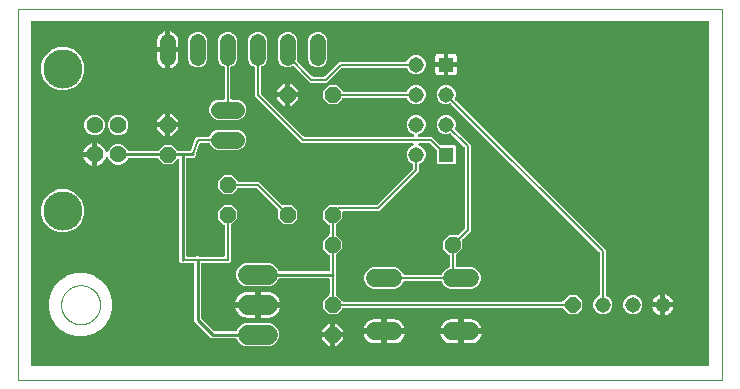
<source format=gbl>
G04 EAGLE Gerber RS-274X export*
G75*
%MOMM*%
%FSLAX34Y34*%
%LPD*%
%INLötstopmaske Lötseite*%
%IPPOS*%
%AMOC8*
5,1,8,0,0,1.08239X$1,22.5*%
G01*
%ADD10C,0.000000*%
%ADD11R,1.308000X1.308000*%
%ADD12C,1.308000*%
%ADD13C,3.316000*%
%ADD14C,1.428000*%
%ADD15P,1.429621X8X112.500000*%
%ADD16P,1.429621X8X292.500000*%
%ADD17C,1.320800*%
%ADD18P,1.415766X8X22.500000*%
%ADD19C,1.524000*%
%ADD20P,1.429621X8X202.500000*%
%ADD21C,1.422400*%
%ADD22C,1.676400*%
%ADD23C,0.254000*%
%ADD24C,0.203200*%
%ADD25C,0.152400*%

G36*
X584318Y709946D02*
X584318Y709946D01*
X584437Y709953D01*
X584475Y709966D01*
X584516Y709971D01*
X584626Y710014D01*
X584739Y710051D01*
X584774Y710073D01*
X584811Y710088D01*
X584907Y710158D01*
X585008Y710221D01*
X585036Y710251D01*
X585069Y710274D01*
X585145Y710366D01*
X585226Y710453D01*
X585246Y710488D01*
X585271Y710519D01*
X585322Y710627D01*
X585380Y710731D01*
X585390Y710771D01*
X585407Y710807D01*
X585429Y710924D01*
X585459Y711039D01*
X585463Y711100D01*
X585467Y711120D01*
X585465Y711140D01*
X585469Y711200D01*
X585469Y1001270D01*
X585454Y1001388D01*
X585447Y1001507D01*
X585434Y1001545D01*
X585429Y1001586D01*
X585386Y1001696D01*
X585349Y1001809D01*
X585327Y1001844D01*
X585312Y1001881D01*
X585243Y1001977D01*
X585179Y1002078D01*
X585149Y1002106D01*
X585126Y1002139D01*
X585034Y1002215D01*
X584947Y1002296D01*
X584912Y1002316D01*
X584881Y1002341D01*
X584773Y1002392D01*
X584669Y1002450D01*
X584629Y1002460D01*
X584593Y1002477D01*
X584476Y1002499D01*
X584361Y1002529D01*
X584301Y1002533D01*
X584281Y1002537D01*
X584260Y1002535D01*
X584200Y1002539D01*
X12700Y1002539D01*
X12582Y1002524D01*
X12463Y1002517D01*
X12425Y1002504D01*
X12384Y1002499D01*
X12274Y1002456D01*
X12161Y1002419D01*
X12126Y1002397D01*
X12089Y1002382D01*
X11993Y1002313D01*
X11892Y1002249D01*
X11864Y1002219D01*
X11831Y1002196D01*
X11756Y1002104D01*
X11674Y1002017D01*
X11654Y1001982D01*
X11629Y1001951D01*
X11578Y1001843D01*
X11520Y1001739D01*
X11510Y1001699D01*
X11493Y1001663D01*
X11471Y1001546D01*
X11441Y1001431D01*
X11437Y1001371D01*
X11433Y1001351D01*
X11435Y1001330D01*
X11431Y1001270D01*
X11431Y711200D01*
X11446Y711082D01*
X11453Y710963D01*
X11466Y710925D01*
X11471Y710884D01*
X11514Y710774D01*
X11551Y710661D01*
X11573Y710626D01*
X11588Y710589D01*
X11658Y710493D01*
X11721Y710392D01*
X11751Y710364D01*
X11774Y710331D01*
X11866Y710256D01*
X11953Y710174D01*
X11988Y710154D01*
X12019Y710129D01*
X12127Y710078D01*
X12231Y710020D01*
X12271Y710010D01*
X12307Y709993D01*
X12424Y709971D01*
X12539Y709941D01*
X12600Y709937D01*
X12620Y709933D01*
X12640Y709935D01*
X12700Y709931D01*
X584200Y709931D01*
X584318Y709946D01*
G37*
%LPC*%
G36*
X263333Y753871D02*
X263333Y753871D01*
X258571Y758633D01*
X258571Y765367D01*
X263482Y770278D01*
X263501Y770286D01*
X263597Y770355D01*
X263698Y770419D01*
X263726Y770449D01*
X263759Y770472D01*
X263835Y770564D01*
X263916Y770651D01*
X263936Y770686D01*
X263961Y770717D01*
X264012Y770825D01*
X264070Y770929D01*
X264080Y770969D01*
X264097Y771005D01*
X264119Y771122D01*
X264149Y771237D01*
X264153Y771297D01*
X264157Y771317D01*
X264155Y771338D01*
X264159Y771398D01*
X264159Y783336D01*
X264144Y783454D01*
X264137Y783573D01*
X264124Y783611D01*
X264119Y783652D01*
X264076Y783762D01*
X264039Y783875D01*
X264017Y783910D01*
X264002Y783947D01*
X263933Y784043D01*
X263869Y784144D01*
X263839Y784172D01*
X263816Y784205D01*
X263724Y784281D01*
X263637Y784362D01*
X263602Y784382D01*
X263571Y784407D01*
X263463Y784458D01*
X263359Y784516D01*
X263319Y784526D01*
X263283Y784543D01*
X263166Y784565D01*
X263051Y784595D01*
X262991Y784599D01*
X262971Y784603D01*
X262950Y784601D01*
X262890Y784605D01*
X221995Y784605D01*
X221966Y784602D01*
X221937Y784604D01*
X221809Y784582D01*
X221680Y784565D01*
X221652Y784555D01*
X221623Y784550D01*
X221505Y784496D01*
X221384Y784448D01*
X221360Y784431D01*
X221333Y784419D01*
X221232Y784338D01*
X221127Y784262D01*
X221108Y784239D01*
X221085Y784220D01*
X221007Y784117D01*
X220924Y784017D01*
X220911Y783990D01*
X220894Y783966D01*
X220823Y783822D01*
X219981Y781788D01*
X217194Y779001D01*
X213553Y777493D01*
X192847Y777493D01*
X189206Y779001D01*
X186419Y781788D01*
X184911Y785429D01*
X184911Y789371D01*
X186419Y793012D01*
X189206Y795799D01*
X192847Y797307D01*
X213553Y797307D01*
X217194Y795799D01*
X219981Y793012D01*
X220823Y790978D01*
X220837Y790953D01*
X220847Y790925D01*
X220916Y790815D01*
X220980Y790702D01*
X221001Y790681D01*
X221017Y790656D01*
X221111Y790567D01*
X221202Y790474D01*
X221227Y790458D01*
X221248Y790438D01*
X221362Y790375D01*
X221473Y790307D01*
X221501Y790299D01*
X221527Y790284D01*
X221653Y790252D01*
X221777Y790214D01*
X221806Y790212D01*
X221835Y790205D01*
X221995Y790195D01*
X262890Y790195D01*
X263008Y790210D01*
X263127Y790217D01*
X263165Y790230D01*
X263206Y790235D01*
X263316Y790278D01*
X263429Y790315D01*
X263464Y790337D01*
X263501Y790352D01*
X263597Y790421D01*
X263698Y790485D01*
X263726Y790515D01*
X263759Y790538D01*
X263835Y790630D01*
X263916Y790717D01*
X263936Y790752D01*
X263961Y790783D01*
X264012Y790891D01*
X264070Y790995D01*
X264080Y791035D01*
X264097Y791071D01*
X264119Y791188D01*
X264149Y791303D01*
X264153Y791363D01*
X264157Y791383D01*
X264155Y791404D01*
X264159Y791464D01*
X264159Y803402D01*
X264144Y803520D01*
X264137Y803639D01*
X264124Y803677D01*
X264119Y803718D01*
X264076Y803828D01*
X264039Y803941D01*
X264017Y803976D01*
X264002Y804013D01*
X263933Y804109D01*
X263869Y804210D01*
X263839Y804238D01*
X263816Y804271D01*
X263724Y804347D01*
X263637Y804428D01*
X263602Y804448D01*
X263571Y804473D01*
X263495Y804509D01*
X258571Y809433D01*
X258571Y816167D01*
X263482Y821078D01*
X263501Y821086D01*
X263597Y821155D01*
X263698Y821219D01*
X263726Y821249D01*
X263759Y821272D01*
X263835Y821364D01*
X263916Y821451D01*
X263936Y821486D01*
X263961Y821517D01*
X264012Y821625D01*
X264070Y821729D01*
X264080Y821769D01*
X264097Y821805D01*
X264119Y821922D01*
X264149Y822037D01*
X264153Y822097D01*
X264157Y822117D01*
X264155Y822138D01*
X264159Y822198D01*
X264159Y828802D01*
X264144Y828920D01*
X264137Y829039D01*
X264124Y829077D01*
X264119Y829118D01*
X264076Y829228D01*
X264039Y829341D01*
X264017Y829376D01*
X264002Y829413D01*
X263933Y829509D01*
X263869Y829610D01*
X263839Y829638D01*
X263816Y829671D01*
X263724Y829747D01*
X263637Y829828D01*
X263602Y829848D01*
X263571Y829873D01*
X263495Y829909D01*
X258571Y834833D01*
X258571Y841567D01*
X263333Y846329D01*
X270278Y846329D01*
X270297Y846321D01*
X270415Y846302D01*
X270531Y846276D01*
X270571Y846277D01*
X270611Y846271D01*
X270729Y846282D01*
X270849Y846286D01*
X270887Y846297D01*
X270927Y846301D01*
X271040Y846341D01*
X271154Y846374D01*
X271189Y846394D01*
X271227Y846408D01*
X271312Y846466D01*
X303222Y846466D01*
X303320Y846478D01*
X303419Y846481D01*
X303477Y846498D01*
X303537Y846506D01*
X303629Y846542D01*
X303725Y846570D01*
X303777Y846600D01*
X303833Y846623D01*
X303913Y846681D01*
X303999Y846731D01*
X304074Y846797D01*
X304090Y846809D01*
X304098Y846819D01*
X304119Y846837D01*
X334413Y877131D01*
X334473Y877209D01*
X334541Y877281D01*
X334570Y877334D01*
X334607Y877382D01*
X334647Y877473D01*
X334695Y877560D01*
X334710Y877618D01*
X334734Y877674D01*
X334749Y877772D01*
X334774Y877867D01*
X334780Y877968D01*
X334784Y877988D01*
X334782Y878000D01*
X334784Y878028D01*
X334784Y880625D01*
X334781Y880654D01*
X334783Y880684D01*
X334761Y880812D01*
X334744Y880941D01*
X334734Y880968D01*
X334729Y880997D01*
X334675Y881116D01*
X334627Y881236D01*
X334610Y881260D01*
X334598Y881287D01*
X334517Y881389D01*
X334441Y881494D01*
X334418Y881513D01*
X334399Y881536D01*
X334296Y881614D01*
X334196Y881696D01*
X334169Y881709D01*
X334145Y881727D01*
X334001Y881798D01*
X332757Y882313D01*
X330488Y884582D01*
X329260Y887546D01*
X329260Y890754D01*
X330488Y893718D01*
X332757Y895987D01*
X334520Y896717D01*
X334581Y896752D01*
X334646Y896778D01*
X334718Y896830D01*
X334796Y896875D01*
X334847Y896923D01*
X334903Y896964D01*
X334960Y897034D01*
X335025Y897096D01*
X335061Y897156D01*
X335106Y897209D01*
X335144Y897291D01*
X335191Y897367D01*
X335212Y897434D01*
X335241Y897497D01*
X335258Y897585D01*
X335285Y897671D01*
X335288Y897741D01*
X335301Y897810D01*
X335296Y897899D01*
X335300Y897989D01*
X335286Y898057D01*
X335281Y898127D01*
X335254Y898212D01*
X335236Y898300D01*
X335205Y898363D01*
X335183Y898429D01*
X335135Y898505D01*
X335096Y898586D01*
X335051Y898639D01*
X335013Y898698D01*
X334948Y898760D01*
X334889Y898828D01*
X334832Y898868D01*
X334782Y898916D01*
X334703Y898959D01*
X334629Y899011D01*
X334564Y899036D01*
X334503Y899070D01*
X334416Y899092D01*
X334332Y899124D01*
X334263Y899132D01*
X334195Y899149D01*
X334034Y899159D01*
X240248Y899159D01*
X200659Y938748D01*
X200659Y962702D01*
X200656Y962731D01*
X200658Y962761D01*
X200636Y962888D01*
X200619Y963017D01*
X200609Y963045D01*
X200604Y963074D01*
X200550Y963193D01*
X200502Y963313D01*
X200485Y963337D01*
X200473Y963364D01*
X200392Y963465D01*
X200316Y963570D01*
X200293Y963589D01*
X200274Y963612D01*
X200171Y963690D01*
X200071Y963773D01*
X200044Y963786D01*
X200020Y963804D01*
X199876Y963875D01*
X198595Y964405D01*
X196309Y966691D01*
X195071Y969679D01*
X195071Y986121D01*
X196309Y989109D01*
X198595Y991395D01*
X201583Y992633D01*
X204817Y992633D01*
X207805Y991395D01*
X210091Y989109D01*
X211329Y986121D01*
X211329Y969679D01*
X210091Y966691D01*
X207805Y964405D01*
X206524Y963875D01*
X206499Y963860D01*
X206471Y963851D01*
X206361Y963781D01*
X206248Y963717D01*
X206227Y963696D01*
X206202Y963681D01*
X206113Y963586D01*
X206020Y963496D01*
X206004Y963471D01*
X205984Y963449D01*
X205921Y963335D01*
X205853Y963225D01*
X205845Y963196D01*
X205830Y963170D01*
X205798Y963045D01*
X205760Y962921D01*
X205758Y962891D01*
X205751Y962863D01*
X205741Y962702D01*
X205741Y941378D01*
X205753Y941280D01*
X205756Y941181D01*
X205773Y941123D01*
X205781Y941063D01*
X205817Y940971D01*
X205845Y940875D01*
X205875Y940823D01*
X205898Y940767D01*
X205956Y940687D01*
X206006Y940602D01*
X206072Y940526D01*
X206084Y940510D01*
X206094Y940502D01*
X206112Y940481D01*
X241981Y904612D01*
X242059Y904552D01*
X242131Y904484D01*
X242184Y904455D01*
X242232Y904418D01*
X242323Y904378D01*
X242410Y904330D01*
X242468Y904315D01*
X242524Y904291D01*
X242622Y904276D01*
X242717Y904251D01*
X242818Y904245D01*
X242838Y904241D01*
X242850Y904243D01*
X242878Y904241D01*
X334759Y904241D01*
X334828Y904249D01*
X334898Y904248D01*
X334985Y904269D01*
X335074Y904281D01*
X335139Y904306D01*
X335207Y904323D01*
X335286Y904365D01*
X335370Y904398D01*
X335426Y904439D01*
X335488Y904471D01*
X335555Y904532D01*
X335627Y904584D01*
X335672Y904638D01*
X335723Y904685D01*
X335773Y904760D01*
X335830Y904829D01*
X335860Y904893D01*
X335898Y904951D01*
X335927Y905036D01*
X335966Y905117D01*
X335979Y905186D01*
X336001Y905252D01*
X336009Y905341D01*
X336025Y905429D01*
X336021Y905499D01*
X336027Y905569D01*
X336011Y905657D01*
X336006Y905747D01*
X335984Y905813D01*
X335972Y905882D01*
X335935Y905964D01*
X335908Y906049D01*
X335870Y906108D01*
X335842Y906172D01*
X335785Y906242D01*
X335737Y906318D01*
X335687Y906366D01*
X335643Y906420D01*
X335571Y906475D01*
X335506Y906536D01*
X335445Y906570D01*
X335389Y906612D01*
X335244Y906683D01*
X332757Y907713D01*
X330488Y909982D01*
X329260Y912946D01*
X329260Y916154D01*
X330488Y919118D01*
X332757Y921387D01*
X335721Y922615D01*
X338929Y922615D01*
X341893Y921387D01*
X344162Y919118D01*
X345390Y916154D01*
X345390Y912946D01*
X344162Y909982D01*
X341893Y907713D01*
X339406Y906683D01*
X339345Y906648D01*
X339280Y906622D01*
X339208Y906570D01*
X339129Y906525D01*
X339079Y906477D01*
X339023Y906436D01*
X338965Y906366D01*
X338901Y906304D01*
X338864Y906244D01*
X338820Y906191D01*
X338782Y906109D01*
X338735Y906033D01*
X338714Y905966D01*
X338684Y905903D01*
X338668Y905815D01*
X338641Y905729D01*
X338638Y905659D01*
X338625Y905590D01*
X338630Y905501D01*
X338626Y905411D01*
X338640Y905343D01*
X338644Y905273D01*
X338672Y905188D01*
X338690Y905100D01*
X338721Y905037D01*
X338742Y904971D01*
X338790Y904895D01*
X338830Y904814D01*
X338875Y904761D01*
X338913Y904702D01*
X338978Y904640D01*
X339036Y904572D01*
X339093Y904532D01*
X339144Y904484D01*
X339223Y904441D01*
X339296Y904389D01*
X339362Y904364D01*
X339423Y904330D01*
X339510Y904308D01*
X339594Y904276D01*
X339663Y904268D01*
X339731Y904251D01*
X339891Y904241D01*
X351077Y904241D01*
X357732Y897586D01*
X357810Y897526D01*
X357882Y897458D01*
X357935Y897429D01*
X357983Y897392D01*
X358074Y897352D01*
X358161Y897304D01*
X358219Y897289D01*
X358275Y897265D01*
X358373Y897250D01*
X358468Y897225D01*
X358569Y897219D01*
X358589Y897215D01*
X358601Y897217D01*
X358629Y897215D01*
X369897Y897215D01*
X370790Y896322D01*
X370790Y881978D01*
X369897Y881085D01*
X355553Y881085D01*
X354660Y881978D01*
X354660Y892946D01*
X354648Y893044D01*
X354645Y893143D01*
X354628Y893201D01*
X354620Y893261D01*
X354584Y893353D01*
X354556Y893449D01*
X354526Y893501D01*
X354503Y893557D01*
X354445Y893637D01*
X354395Y893722D01*
X354329Y893798D01*
X354317Y893814D01*
X354307Y893822D01*
X354289Y893843D01*
X349344Y898788D01*
X349266Y898848D01*
X349194Y898916D01*
X349141Y898945D01*
X349093Y898982D01*
X349002Y899022D01*
X348915Y899070D01*
X348857Y899085D01*
X348801Y899109D01*
X348703Y899124D01*
X348608Y899149D01*
X348507Y899155D01*
X348487Y899159D01*
X348475Y899157D01*
X348447Y899159D01*
X340616Y899159D01*
X340546Y899151D01*
X340477Y899152D01*
X340389Y899131D01*
X340300Y899119D01*
X340235Y899094D01*
X340167Y899077D01*
X340088Y899035D01*
X340004Y899002D01*
X339948Y898961D01*
X339886Y898929D01*
X339820Y898868D01*
X339747Y898816D01*
X339702Y898762D01*
X339651Y898715D01*
X339602Y898640D01*
X339544Y898571D01*
X339514Y898507D01*
X339476Y898449D01*
X339447Y898364D01*
X339409Y898283D01*
X339396Y898214D01*
X339373Y898148D01*
X339366Y898059D01*
X339349Y897971D01*
X339353Y897901D01*
X339348Y897831D01*
X339363Y897743D01*
X339369Y897653D01*
X339390Y897587D01*
X339402Y897518D01*
X339439Y897436D01*
X339467Y897351D01*
X339504Y897292D01*
X339533Y897228D01*
X339589Y897158D01*
X339637Y897082D01*
X339688Y897034D01*
X339731Y896980D01*
X339803Y896925D01*
X339868Y896864D01*
X339930Y896830D01*
X339985Y896788D01*
X340130Y896717D01*
X341893Y895987D01*
X344162Y893718D01*
X345390Y890754D01*
X345390Y887546D01*
X344162Y884582D01*
X341893Y882313D01*
X340649Y881798D01*
X340624Y881783D01*
X340596Y881774D01*
X340486Y881705D01*
X340373Y881640D01*
X340352Y881620D01*
X340327Y881604D01*
X340238Y881509D01*
X340145Y881419D01*
X340129Y881394D01*
X340109Y881372D01*
X340046Y881258D01*
X339978Y881148D01*
X339970Y881120D01*
X339955Y881094D01*
X339923Y880968D01*
X339885Y880844D01*
X339883Y880814D01*
X339876Y880786D01*
X339866Y880625D01*
X339866Y875398D01*
X307712Y843244D01*
X305852Y841384D01*
X276098Y841384D01*
X275980Y841369D01*
X275861Y841362D01*
X275823Y841349D01*
X275782Y841344D01*
X275672Y841301D01*
X275559Y841264D01*
X275524Y841242D01*
X275487Y841227D01*
X275391Y841158D01*
X275290Y841094D01*
X275262Y841064D01*
X275229Y841041D01*
X275153Y840949D01*
X275072Y840862D01*
X275052Y840827D01*
X275027Y840796D01*
X274976Y840688D01*
X274918Y840584D01*
X274908Y840544D01*
X274891Y840508D01*
X274869Y840391D01*
X274839Y840276D01*
X274835Y840216D01*
X274831Y840196D01*
X274833Y840175D01*
X274829Y840115D01*
X274829Y834833D01*
X269918Y829922D01*
X269899Y829914D01*
X269803Y829845D01*
X269702Y829781D01*
X269674Y829751D01*
X269641Y829728D01*
X269565Y829636D01*
X269484Y829549D01*
X269464Y829514D01*
X269439Y829483D01*
X269388Y829375D01*
X269330Y829271D01*
X269320Y829231D01*
X269303Y829195D01*
X269281Y829078D01*
X269251Y828963D01*
X269247Y828903D01*
X269243Y828883D01*
X269245Y828862D01*
X269241Y828802D01*
X269241Y822198D01*
X269256Y822080D01*
X269263Y821961D01*
X269276Y821923D01*
X269281Y821882D01*
X269324Y821772D01*
X269361Y821659D01*
X269383Y821624D01*
X269398Y821587D01*
X269467Y821491D01*
X269531Y821390D01*
X269561Y821362D01*
X269584Y821329D01*
X269676Y821253D01*
X269763Y821172D01*
X269798Y821152D01*
X269829Y821127D01*
X269905Y821091D01*
X274829Y816167D01*
X274829Y809433D01*
X269918Y804522D01*
X269899Y804514D01*
X269803Y804445D01*
X269702Y804381D01*
X269674Y804351D01*
X269641Y804328D01*
X269565Y804236D01*
X269484Y804149D01*
X269464Y804114D01*
X269439Y804083D01*
X269388Y803975D01*
X269330Y803871D01*
X269320Y803831D01*
X269303Y803795D01*
X269281Y803678D01*
X269251Y803563D01*
X269247Y803503D01*
X269243Y803483D01*
X269245Y803462D01*
X269241Y803402D01*
X269241Y789337D01*
X269253Y789239D01*
X269256Y789140D01*
X269273Y789082D01*
X269281Y789022D01*
X269317Y788930D01*
X269345Y788835D01*
X269375Y788782D01*
X269398Y788726D01*
X269456Y788646D01*
X269495Y788580D01*
X269495Y786221D01*
X269484Y786210D01*
X269455Y786157D01*
X269418Y786109D01*
X269378Y786018D01*
X269330Y785931D01*
X269315Y785873D01*
X269291Y785817D01*
X269276Y785719D01*
X269251Y785623D01*
X269245Y785523D01*
X269241Y785503D01*
X269243Y785491D01*
X269241Y785463D01*
X269241Y771398D01*
X269256Y771280D01*
X269263Y771161D01*
X269276Y771123D01*
X269281Y771082D01*
X269324Y770972D01*
X269361Y770859D01*
X269383Y770824D01*
X269398Y770787D01*
X269467Y770691D01*
X269531Y770590D01*
X269561Y770562D01*
X269584Y770529D01*
X269676Y770453D01*
X269763Y770372D01*
X269798Y770352D01*
X269829Y770327D01*
X269905Y770291D01*
X274978Y765218D01*
X274986Y765199D01*
X275055Y765103D01*
X275119Y765002D01*
X275149Y764974D01*
X275172Y764941D01*
X275264Y764865D01*
X275351Y764784D01*
X275386Y764764D01*
X275417Y764739D01*
X275525Y764688D01*
X275629Y764630D01*
X275669Y764620D01*
X275705Y764603D01*
X275822Y764581D01*
X275937Y764551D01*
X275997Y764547D01*
X276017Y764543D01*
X276038Y764545D01*
X276098Y764541D01*
X460566Y764541D01*
X460684Y764556D01*
X460803Y764563D01*
X460841Y764576D01*
X460882Y764581D01*
X460992Y764624D01*
X461105Y764661D01*
X461140Y764683D01*
X461177Y764698D01*
X461273Y764767D01*
X461374Y764831D01*
X461402Y764861D01*
X461435Y764884D01*
X461511Y764976D01*
X461592Y765063D01*
X461612Y765098D01*
X461637Y765129D01*
X461649Y765154D01*
X466559Y770065D01*
X473241Y770065D01*
X477965Y765341D01*
X477965Y758659D01*
X473241Y753935D01*
X466559Y753935D01*
X461638Y758856D01*
X461609Y758897D01*
X461545Y758998D01*
X461515Y759026D01*
X461492Y759059D01*
X461400Y759135D01*
X461313Y759216D01*
X461278Y759236D01*
X461247Y759261D01*
X461139Y759312D01*
X461035Y759370D01*
X460995Y759380D01*
X460959Y759397D01*
X460842Y759419D01*
X460727Y759449D01*
X460667Y759453D01*
X460647Y759457D01*
X460626Y759455D01*
X460566Y759459D01*
X276098Y759459D01*
X275980Y759444D01*
X275861Y759437D01*
X275823Y759424D01*
X275782Y759419D01*
X275672Y759376D01*
X275559Y759339D01*
X275524Y759317D01*
X275487Y759302D01*
X275391Y759233D01*
X275290Y759169D01*
X275262Y759139D01*
X275229Y759116D01*
X275153Y759024D01*
X275072Y758937D01*
X275052Y758902D01*
X275027Y758871D01*
X274991Y758795D01*
X270067Y753871D01*
X263333Y753871D01*
G37*
%LPD*%
%LPC*%
G36*
X192847Y726693D02*
X192847Y726693D01*
X189206Y728201D01*
X186419Y730988D01*
X185577Y733022D01*
X185563Y733047D01*
X185553Y733075D01*
X185484Y733185D01*
X185420Y733298D01*
X185399Y733319D01*
X185383Y733344D01*
X185289Y733433D01*
X185198Y733526D01*
X185173Y733542D01*
X185152Y733562D01*
X185038Y733625D01*
X184927Y733693D01*
X184899Y733701D01*
X184873Y733716D01*
X184747Y733748D01*
X184623Y733786D01*
X184594Y733788D01*
X184565Y733795D01*
X184405Y733805D01*
X163942Y733805D01*
X149605Y748142D01*
X149605Y796290D01*
X149590Y796408D01*
X149583Y796527D01*
X149570Y796565D01*
X149565Y796606D01*
X149522Y796716D01*
X149485Y796829D01*
X149463Y796864D01*
X149448Y796901D01*
X149379Y796997D01*
X149315Y797098D01*
X149285Y797126D01*
X149262Y797159D01*
X149170Y797235D01*
X149083Y797316D01*
X149048Y797336D01*
X149017Y797361D01*
X148909Y797412D01*
X148805Y797470D01*
X148765Y797480D01*
X148729Y797497D01*
X148612Y797519D01*
X148497Y797549D01*
X148437Y797553D01*
X148417Y797557D01*
X148396Y797555D01*
X148336Y797559D01*
X141637Y797559D01*
X141539Y797547D01*
X141440Y797544D01*
X141382Y797527D01*
X141322Y797519D01*
X141230Y797483D01*
X141135Y797455D01*
X141082Y797425D01*
X141026Y797402D01*
X140946Y797344D01*
X140880Y797305D01*
X138542Y797305D01*
X136905Y798942D01*
X136905Y884345D01*
X136888Y884483D01*
X136875Y884622D01*
X136868Y884641D01*
X136865Y884661D01*
X136814Y884790D01*
X136767Y884921D01*
X136756Y884938D01*
X136748Y884957D01*
X136667Y885069D01*
X136589Y885184D01*
X136573Y885197D01*
X136562Y885214D01*
X136454Y885303D01*
X136350Y885395D01*
X136332Y885404D01*
X136317Y885417D01*
X136191Y885476D01*
X136067Y885539D01*
X136047Y885544D01*
X136029Y885552D01*
X135893Y885578D01*
X135757Y885609D01*
X135736Y885608D01*
X135717Y885612D01*
X135578Y885603D01*
X135439Y885599D01*
X135419Y885593D01*
X135399Y885592D01*
X135267Y885549D01*
X135133Y885511D01*
X135116Y885500D01*
X135097Y885494D01*
X134979Y885420D01*
X134859Y885349D01*
X134838Y885331D01*
X134828Y885324D01*
X134814Y885309D01*
X134739Y885243D01*
X130367Y880871D01*
X123633Y880871D01*
X118616Y885888D01*
X118581Y885944D01*
X118551Y885972D01*
X118528Y886005D01*
X118436Y886081D01*
X118349Y886162D01*
X118314Y886182D01*
X118283Y886207D01*
X118175Y886258D01*
X118071Y886316D01*
X118031Y886326D01*
X117995Y886343D01*
X117878Y886365D01*
X117763Y886395D01*
X117703Y886399D01*
X117683Y886403D01*
X117662Y886401D01*
X117602Y886405D01*
X94269Y886405D01*
X94240Y886402D01*
X94210Y886404D01*
X94083Y886382D01*
X93954Y886365D01*
X93926Y886355D01*
X93897Y886350D01*
X93778Y886296D01*
X93658Y886248D01*
X93634Y886231D01*
X93607Y886219D01*
X93505Y886138D01*
X93401Y886062D01*
X93382Y886039D01*
X93359Y886020D01*
X93281Y885917D01*
X93198Y885817D01*
X93185Y885790D01*
X93167Y885766D01*
X93096Y885622D01*
X92546Y884292D01*
X90108Y881854D01*
X86924Y880535D01*
X83476Y880535D01*
X80292Y881854D01*
X77854Y884292D01*
X76890Y886620D01*
X76875Y886646D01*
X76866Y886674D01*
X76797Y886784D01*
X76732Y886896D01*
X76712Y886918D01*
X76696Y886943D01*
X76601Y887032D01*
X76511Y887125D01*
X76486Y887140D01*
X76464Y887161D01*
X76351Y887223D01*
X76240Y887291D01*
X76212Y887300D01*
X76185Y887314D01*
X76060Y887346D01*
X75936Y887385D01*
X75906Y887386D01*
X75877Y887393D01*
X75748Y887394D01*
X75618Y887400D01*
X75589Y887394D01*
X75559Y887394D01*
X75434Y887362D01*
X75307Y887335D01*
X75280Y887322D01*
X75251Y887315D01*
X75138Y887253D01*
X75021Y887196D01*
X74999Y887176D01*
X74972Y887162D01*
X74878Y887073D01*
X74779Y886989D01*
X74762Y886965D01*
X74740Y886945D01*
X74671Y886835D01*
X74596Y886729D01*
X74586Y886701D01*
X74570Y886676D01*
X74510Y886527D01*
X74171Y885484D01*
X73480Y884126D01*
X72584Y882893D01*
X71507Y881816D01*
X70274Y880920D01*
X68916Y880229D01*
X67499Y879768D01*
X67499Y888170D01*
X67484Y888288D01*
X67477Y888407D01*
X67464Y888445D01*
X67459Y888485D01*
X67416Y888596D01*
X67379Y888709D01*
X67357Y888743D01*
X67342Y888781D01*
X67273Y888877D01*
X67209Y888978D01*
X67179Y889006D01*
X67156Y889038D01*
X67064Y889114D01*
X66977Y889196D01*
X66963Y889204D01*
X67038Y889251D01*
X67066Y889281D01*
X67099Y889305D01*
X67175Y889396D01*
X67256Y889483D01*
X67276Y889518D01*
X67301Y889550D01*
X67352Y889657D01*
X67410Y889762D01*
X67420Y889801D01*
X67437Y889837D01*
X67459Y889954D01*
X67489Y890070D01*
X67493Y890130D01*
X67497Y890150D01*
X67495Y890170D01*
X67499Y890230D01*
X67499Y898632D01*
X68916Y898171D01*
X70274Y897480D01*
X71507Y896584D01*
X72584Y895507D01*
X73480Y894274D01*
X74171Y892916D01*
X74510Y891873D01*
X74523Y891846D01*
X74530Y891817D01*
X74590Y891703D01*
X74646Y891586D01*
X74665Y891563D01*
X74679Y891536D01*
X74766Y891440D01*
X74848Y891341D01*
X74872Y891323D01*
X74893Y891301D01*
X75001Y891230D01*
X75106Y891154D01*
X75133Y891143D01*
X75158Y891126D01*
X75281Y891084D01*
X75401Y891036D01*
X75431Y891033D01*
X75459Y891023D01*
X75588Y891013D01*
X75717Y890996D01*
X75746Y891000D01*
X75776Y890998D01*
X75904Y891020D01*
X76032Y891036D01*
X76060Y891047D01*
X76089Y891052D01*
X76208Y891105D01*
X76328Y891153D01*
X76352Y891171D01*
X76379Y891183D01*
X76481Y891264D01*
X76585Y891340D01*
X76604Y891363D01*
X76628Y891381D01*
X76706Y891485D01*
X76788Y891585D01*
X76801Y891612D01*
X76819Y891635D01*
X76890Y891780D01*
X77854Y894108D01*
X80292Y896546D01*
X83476Y897865D01*
X86924Y897865D01*
X90108Y896546D01*
X92546Y894108D01*
X93096Y892778D01*
X93111Y892753D01*
X93120Y892725D01*
X93190Y892615D01*
X93254Y892502D01*
X93275Y892481D01*
X93290Y892456D01*
X93385Y892367D01*
X93475Y892274D01*
X93500Y892258D01*
X93522Y892238D01*
X93636Y892175D01*
X93746Y892107D01*
X93775Y892099D01*
X93800Y892084D01*
X93926Y892052D01*
X94050Y892014D01*
X94080Y892012D01*
X94108Y892005D01*
X94269Y891995D01*
X117973Y891995D01*
X118071Y892007D01*
X118170Y892010D01*
X118229Y892027D01*
X118289Y892035D01*
X118381Y892071D01*
X118476Y892099D01*
X118528Y892129D01*
X118584Y892152D01*
X118664Y892210D01*
X118750Y892260D01*
X118825Y892326D01*
X118842Y892338D01*
X118850Y892348D01*
X118871Y892366D01*
X123633Y897129D01*
X130367Y897129D01*
X135129Y892366D01*
X135208Y892306D01*
X135280Y892238D01*
X135333Y892209D01*
X135381Y892172D01*
X135472Y892132D01*
X135558Y892084D01*
X135617Y892069D01*
X135672Y892045D01*
X135770Y892030D01*
X135866Y892005D01*
X135966Y891999D01*
X135986Y891995D01*
X135999Y891997D01*
X136027Y891995D01*
X145572Y891995D01*
X145646Y892004D01*
X145720Y892003D01*
X145803Y892024D01*
X145887Y892035D01*
X145957Y892062D01*
X146029Y892080D01*
X146104Y892120D01*
X146183Y892152D01*
X146243Y892195D01*
X146309Y892231D01*
X146372Y892288D01*
X146440Y892338D01*
X146488Y892396D01*
X146543Y892446D01*
X146589Y892518D01*
X146643Y892583D01*
X146675Y892651D01*
X146716Y892713D01*
X146776Y892863D01*
X149794Y901917D01*
X149818Y902038D01*
X149849Y902158D01*
X149852Y902210D01*
X149856Y902229D01*
X149855Y902250D01*
X149859Y902318D01*
X149859Y902752D01*
X149967Y902861D01*
X150001Y902904D01*
X150041Y902941D01*
X150098Y903029D01*
X150162Y903112D01*
X150184Y903162D01*
X150214Y903208D01*
X150274Y903357D01*
X150322Y903502D01*
X150711Y903696D01*
X150813Y903765D01*
X150920Y903827D01*
X150959Y903862D01*
X150975Y903873D01*
X150989Y903889D01*
X151041Y903934D01*
X151348Y904241D01*
X151501Y904241D01*
X151555Y904248D01*
X151609Y904245D01*
X151712Y904267D01*
X151816Y904281D01*
X151867Y904301D01*
X151920Y904312D01*
X152068Y904375D01*
X152205Y904443D01*
X152617Y904306D01*
X152738Y904282D01*
X152858Y904251D01*
X152910Y904248D01*
X152929Y904244D01*
X152950Y904245D01*
X153018Y904241D01*
X161544Y904241D01*
X161573Y904244D01*
X161603Y904242D01*
X161731Y904264D01*
X161860Y904281D01*
X161887Y904291D01*
X161916Y904296D01*
X162035Y904350D01*
X162155Y904398D01*
X162179Y904415D01*
X162206Y904427D01*
X162308Y904508D01*
X162413Y904584D01*
X162431Y904607D01*
X162454Y904626D01*
X162533Y904729D01*
X162615Y904829D01*
X162628Y904856D01*
X162646Y904880D01*
X162717Y905024D01*
X163366Y906592D01*
X165796Y909022D01*
X168970Y910337D01*
X186630Y910337D01*
X189804Y909022D01*
X192234Y906592D01*
X193549Y903418D01*
X193549Y899982D01*
X192234Y896808D01*
X189804Y894378D01*
X186630Y893063D01*
X168970Y893063D01*
X165796Y894378D01*
X163366Y896808D01*
X162717Y898376D01*
X162702Y898401D01*
X162693Y898429D01*
X162624Y898539D01*
X162559Y898652D01*
X162539Y898673D01*
X162523Y898698D01*
X162428Y898787D01*
X162338Y898880D01*
X162313Y898896D01*
X162291Y898916D01*
X162177Y898979D01*
X162067Y899047D01*
X162038Y899055D01*
X162013Y899070D01*
X161887Y899102D01*
X161763Y899140D01*
X161733Y899142D01*
X161705Y899149D01*
X161544Y899159D01*
X155146Y899159D01*
X155072Y899150D01*
X154998Y899151D01*
X154915Y899130D01*
X154831Y899119D01*
X154761Y899092D01*
X154689Y899074D01*
X154614Y899034D01*
X154535Y899002D01*
X154475Y898959D01*
X154409Y898923D01*
X154346Y898866D01*
X154278Y898816D01*
X154230Y898758D01*
X154175Y898708D01*
X154129Y898636D01*
X154075Y898571D01*
X154043Y898503D01*
X154002Y898441D01*
X153942Y898291D01*
X151093Y889745D01*
X151069Y889624D01*
X151038Y889504D01*
X151035Y889452D01*
X151031Y889433D01*
X151032Y889412D01*
X151028Y889344D01*
X151028Y888042D01*
X150486Y887501D01*
X150453Y887458D01*
X150413Y887421D01*
X150404Y887408D01*
X150393Y887397D01*
X150377Y887387D01*
X150362Y887371D01*
X150311Y887325D01*
X149391Y886405D01*
X148625Y886405D01*
X148571Y886398D01*
X148516Y886401D01*
X148501Y886397D01*
X148485Y886398D01*
X148466Y886402D01*
X148445Y886401D01*
X148377Y886405D01*
X143764Y886405D01*
X143646Y886390D01*
X143527Y886383D01*
X143489Y886370D01*
X143448Y886365D01*
X143338Y886322D01*
X143225Y886285D01*
X143190Y886263D01*
X143153Y886248D01*
X143057Y886179D01*
X142956Y886115D01*
X142928Y886085D01*
X142895Y886062D01*
X142819Y885970D01*
X142738Y885883D01*
X142718Y885848D01*
X142693Y885817D01*
X142642Y885709D01*
X142584Y885605D01*
X142574Y885565D01*
X142557Y885529D01*
X142535Y885412D01*
X142505Y885297D01*
X142501Y885237D01*
X142497Y885217D01*
X142499Y885196D01*
X142495Y885136D01*
X142495Y803910D01*
X142510Y803792D01*
X142517Y803673D01*
X142530Y803635D01*
X142535Y803594D01*
X142579Y803483D01*
X142615Y803371D01*
X142637Y803336D01*
X142652Y803299D01*
X142721Y803203D01*
X142785Y803102D01*
X142815Y803074D01*
X142838Y803041D01*
X142930Y802965D01*
X143017Y802884D01*
X143052Y802864D01*
X143083Y802839D01*
X143191Y802788D01*
X143295Y802730D01*
X143335Y802720D01*
X143371Y802703D01*
X143488Y802681D01*
X143603Y802651D01*
X143663Y802647D01*
X143683Y802643D01*
X143704Y802645D01*
X143764Y802641D01*
X150463Y802641D01*
X150561Y802653D01*
X150660Y802656D01*
X150718Y802673D01*
X150778Y802681D01*
X150870Y802717D01*
X150965Y802745D01*
X151018Y802775D01*
X151074Y802798D01*
X151154Y802856D01*
X151220Y802895D01*
X153579Y802895D01*
X153590Y802884D01*
X153643Y802855D01*
X153691Y802818D01*
X153782Y802778D01*
X153869Y802730D01*
X153927Y802715D01*
X153983Y802691D01*
X154081Y802676D01*
X154177Y802651D01*
X154277Y802645D01*
X154297Y802641D01*
X154309Y802643D01*
X154337Y802641D01*
X173990Y802641D01*
X174108Y802656D01*
X174227Y802663D01*
X174265Y802676D01*
X174306Y802681D01*
X174416Y802724D01*
X174529Y802761D01*
X174564Y802783D01*
X174601Y802798D01*
X174697Y802867D01*
X174798Y802931D01*
X174826Y802961D01*
X174859Y802984D01*
X174935Y803076D01*
X175016Y803163D01*
X175036Y803198D01*
X175061Y803229D01*
X175112Y803337D01*
X175170Y803441D01*
X175180Y803481D01*
X175197Y803517D01*
X175219Y803634D01*
X175249Y803749D01*
X175253Y803809D01*
X175257Y803829D01*
X175255Y803850D01*
X175259Y803910D01*
X175259Y828802D01*
X175244Y828920D01*
X175237Y829039D01*
X175224Y829077D01*
X175219Y829118D01*
X175176Y829228D01*
X175139Y829341D01*
X175117Y829376D01*
X175102Y829413D01*
X175033Y829509D01*
X174969Y829610D01*
X174939Y829638D01*
X174916Y829671D01*
X174824Y829747D01*
X174737Y829828D01*
X174702Y829848D01*
X174671Y829873D01*
X174595Y829909D01*
X169671Y834833D01*
X169671Y841567D01*
X174433Y846329D01*
X181167Y846329D01*
X185929Y841567D01*
X185929Y834833D01*
X181018Y829922D01*
X180999Y829914D01*
X180903Y829845D01*
X180802Y829781D01*
X180774Y829751D01*
X180741Y829728D01*
X180665Y829636D01*
X180584Y829549D01*
X180564Y829514D01*
X180539Y829483D01*
X180488Y829375D01*
X180430Y829271D01*
X180420Y829231D01*
X180403Y829195D01*
X180381Y829078D01*
X180351Y828963D01*
X180347Y828903D01*
X180343Y828883D01*
X180345Y828862D01*
X180341Y828802D01*
X180341Y799048D01*
X178852Y797559D01*
X156464Y797559D01*
X156346Y797544D01*
X156227Y797537D01*
X156189Y797524D01*
X156148Y797519D01*
X156038Y797476D01*
X155925Y797439D01*
X155890Y797417D01*
X155853Y797402D01*
X155757Y797333D01*
X155656Y797269D01*
X155628Y797239D01*
X155595Y797216D01*
X155519Y797124D01*
X155438Y797037D01*
X155418Y797002D01*
X155393Y796971D01*
X155342Y796863D01*
X155284Y796759D01*
X155274Y796719D01*
X155257Y796683D01*
X155235Y796566D01*
X155205Y796451D01*
X155201Y796390D01*
X155197Y796371D01*
X155199Y796350D01*
X155195Y796290D01*
X155195Y750983D01*
X155207Y750885D01*
X155210Y750786D01*
X155227Y750728D01*
X155235Y750668D01*
X155271Y750576D01*
X155299Y750481D01*
X155329Y750428D01*
X155352Y750372D01*
X155410Y750292D01*
X155460Y750207D01*
X155526Y750131D01*
X155538Y750115D01*
X155548Y750107D01*
X155566Y750086D01*
X165886Y739766D01*
X165964Y739706D01*
X166036Y739638D01*
X166089Y739609D01*
X166137Y739572D01*
X166228Y739532D01*
X166315Y739484D01*
X166373Y739469D01*
X166429Y739445D01*
X166527Y739430D01*
X166623Y739405D01*
X166723Y739399D01*
X166743Y739395D01*
X166755Y739397D01*
X166783Y739395D01*
X184405Y739395D01*
X184434Y739398D01*
X184463Y739396D01*
X184591Y739418D01*
X184720Y739435D01*
X184748Y739445D01*
X184777Y739450D01*
X184895Y739504D01*
X185016Y739552D01*
X185040Y739569D01*
X185067Y739581D01*
X185168Y739662D01*
X185273Y739738D01*
X185292Y739761D01*
X185315Y739780D01*
X185393Y739883D01*
X185476Y739983D01*
X185489Y740010D01*
X185506Y740034D01*
X185577Y740178D01*
X186419Y742212D01*
X189206Y744999D01*
X192847Y746507D01*
X213553Y746507D01*
X217194Y744999D01*
X219981Y742212D01*
X221489Y738571D01*
X221489Y734629D01*
X219981Y730988D01*
X217194Y728201D01*
X213553Y726693D01*
X192847Y726693D01*
G37*
%LPD*%
%LPC*%
G36*
X49829Y735329D02*
X49829Y735329D01*
X43045Y737147D01*
X36964Y740658D01*
X31998Y745624D01*
X28487Y751705D01*
X26669Y758489D01*
X26669Y765511D01*
X28487Y772295D01*
X31998Y778376D01*
X36964Y783342D01*
X43045Y786853D01*
X49829Y788671D01*
X56851Y788671D01*
X63635Y786853D01*
X69716Y783342D01*
X74682Y778376D01*
X78193Y772295D01*
X80011Y765511D01*
X80011Y758489D01*
X78193Y751705D01*
X74682Y745624D01*
X69716Y740658D01*
X63635Y737147D01*
X56851Y735329D01*
X49829Y735329D01*
G37*
%LPD*%
%LPC*%
G36*
X300949Y775461D02*
X300949Y775461D01*
X297588Y776853D01*
X295015Y779426D01*
X293623Y782787D01*
X293623Y786425D01*
X295015Y789786D01*
X297588Y792359D01*
X300949Y793751D01*
X319827Y793751D01*
X323188Y792359D01*
X325761Y789786D01*
X326529Y787930D01*
X326544Y787905D01*
X326553Y787877D01*
X326622Y787767D01*
X326687Y787654D01*
X326707Y787633D01*
X326723Y787608D01*
X326818Y787519D01*
X326908Y787426D01*
X326933Y787410D01*
X326955Y787390D01*
X327068Y787327D01*
X327179Y787259D01*
X327207Y787251D01*
X327233Y787236D01*
X327359Y787204D01*
X327483Y787166D01*
X327513Y787164D01*
X327541Y787157D01*
X327702Y787147D01*
X358098Y787147D01*
X358127Y787150D01*
X358157Y787148D01*
X358285Y787170D01*
X358414Y787187D01*
X358441Y787197D01*
X358470Y787202D01*
X358589Y787256D01*
X358709Y787304D01*
X358733Y787321D01*
X358760Y787333D01*
X358862Y787414D01*
X358967Y787490D01*
X358986Y787513D01*
X359009Y787532D01*
X359087Y787635D01*
X359170Y787735D01*
X359182Y787762D01*
X359200Y787786D01*
X359271Y787930D01*
X360039Y789786D01*
X362612Y792359D01*
X364976Y793338D01*
X365001Y793352D01*
X365029Y793361D01*
X365139Y793431D01*
X365252Y793495D01*
X365273Y793516D01*
X365298Y793532D01*
X365387Y793626D01*
X365480Y793717D01*
X365496Y793742D01*
X365516Y793763D01*
X365579Y793877D01*
X365647Y793988D01*
X365655Y794016D01*
X365670Y794042D01*
X365702Y794167D01*
X365740Y794292D01*
X365742Y794321D01*
X365749Y794350D01*
X365759Y794510D01*
X365759Y803402D01*
X365744Y803520D01*
X365737Y803639D01*
X365724Y803677D01*
X365719Y803718D01*
X365676Y803828D01*
X365639Y803941D01*
X365617Y803976D01*
X365602Y804013D01*
X365533Y804109D01*
X365469Y804210D01*
X365439Y804238D01*
X365416Y804271D01*
X365324Y804347D01*
X365237Y804428D01*
X365202Y804448D01*
X365171Y804473D01*
X365095Y804509D01*
X360171Y809433D01*
X360171Y816167D01*
X364933Y820929D01*
X371878Y820929D01*
X371897Y820921D01*
X372014Y820902D01*
X372131Y820876D01*
X372171Y820877D01*
X372211Y820871D01*
X372329Y820882D01*
X372449Y820886D01*
X372487Y820897D01*
X372527Y820901D01*
X372640Y820941D01*
X372754Y820974D01*
X372789Y820994D01*
X372827Y821008D01*
X372925Y821075D01*
X373028Y821136D01*
X373073Y821175D01*
X373090Y821187D01*
X373103Y821202D01*
X373149Y821242D01*
X378088Y826181D01*
X378148Y826259D01*
X378216Y826331D01*
X378245Y826384D01*
X378282Y826432D01*
X378322Y826523D01*
X378370Y826610D01*
X378385Y826668D01*
X378409Y826724D01*
X378424Y826822D01*
X378449Y826917D01*
X378455Y827018D01*
X378459Y827038D01*
X378457Y827050D01*
X378459Y827078D01*
X378459Y894697D01*
X378447Y894795D01*
X378444Y894894D01*
X378427Y894952D01*
X378419Y895012D01*
X378383Y895104D01*
X378355Y895200D01*
X378325Y895252D01*
X378302Y895308D01*
X378244Y895388D01*
X378194Y895473D01*
X378128Y895549D01*
X378116Y895565D01*
X378106Y895573D01*
X378088Y895594D01*
X366956Y906725D01*
X366933Y906744D01*
X366914Y906766D01*
X366808Y906841D01*
X366705Y906920D01*
X366678Y906932D01*
X366654Y906949D01*
X366533Y906995D01*
X366413Y907047D01*
X366384Y907051D01*
X366357Y907062D01*
X366228Y907076D01*
X366099Y907097D01*
X366070Y907094D01*
X366040Y907097D01*
X365912Y907079D01*
X365783Y907067D01*
X365755Y907057D01*
X365726Y907053D01*
X365573Y907001D01*
X364329Y906485D01*
X361121Y906485D01*
X358157Y907713D01*
X355888Y909982D01*
X354660Y912946D01*
X354660Y916154D01*
X355888Y919118D01*
X358157Y921387D01*
X361121Y922615D01*
X364329Y922615D01*
X367293Y921387D01*
X369562Y919118D01*
X370790Y916154D01*
X370790Y912946D01*
X370274Y911702D01*
X370267Y911673D01*
X370253Y911647D01*
X370225Y911520D01*
X370191Y911395D01*
X370190Y911366D01*
X370184Y911337D01*
X370188Y911207D01*
X370185Y911077D01*
X370192Y911048D01*
X370193Y911019D01*
X370229Y910894D01*
X370260Y910768D01*
X370273Y910742D01*
X370282Y910713D01*
X370348Y910602D01*
X370408Y910487D01*
X370428Y910465D01*
X370443Y910439D01*
X370550Y910319D01*
X383541Y897327D01*
X383541Y824448D01*
X376742Y817649D01*
X376669Y817554D01*
X376590Y817465D01*
X376572Y817429D01*
X376547Y817398D01*
X376500Y817288D01*
X376445Y817182D01*
X376437Y817143D01*
X376421Y817106D01*
X376402Y816988D01*
X376376Y816872D01*
X376377Y816831D01*
X376371Y816792D01*
X376382Y816673D01*
X376386Y816554D01*
X376397Y816515D01*
X376401Y816475D01*
X376429Y816397D01*
X376429Y809433D01*
X371518Y804522D01*
X371499Y804514D01*
X371403Y804445D01*
X371302Y804381D01*
X371274Y804351D01*
X371241Y804328D01*
X371165Y804236D01*
X371084Y804149D01*
X371064Y804114D01*
X371039Y804083D01*
X370988Y803975D01*
X370930Y803871D01*
X370920Y803831D01*
X370903Y803795D01*
X370881Y803678D01*
X370851Y803563D01*
X370847Y803503D01*
X370843Y803483D01*
X370845Y803462D01*
X370841Y803402D01*
X370841Y795020D01*
X370856Y794902D01*
X370863Y794783D01*
X370876Y794745D01*
X370881Y794704D01*
X370924Y794594D01*
X370961Y794481D01*
X370983Y794446D01*
X370998Y794409D01*
X371067Y794313D01*
X371131Y794212D01*
X371161Y794184D01*
X371184Y794151D01*
X371276Y794075D01*
X371363Y793994D01*
X371398Y793974D01*
X371429Y793949D01*
X371537Y793898D01*
X371641Y793840D01*
X371681Y793830D01*
X371717Y793813D01*
X371834Y793791D01*
X371949Y793761D01*
X372009Y793757D01*
X372029Y793753D01*
X372050Y793755D01*
X372110Y793751D01*
X384851Y793751D01*
X388212Y792359D01*
X390785Y789786D01*
X392177Y786425D01*
X392177Y782787D01*
X390785Y779426D01*
X388212Y776853D01*
X384851Y775461D01*
X365973Y775461D01*
X362612Y776853D01*
X360039Y779426D01*
X359271Y781282D01*
X359256Y781307D01*
X359247Y781335D01*
X359178Y781445D01*
X359113Y781558D01*
X359093Y781579D01*
X359077Y781604D01*
X358982Y781693D01*
X358892Y781786D01*
X358867Y781802D01*
X358845Y781822D01*
X358732Y781885D01*
X358621Y781953D01*
X358593Y781961D01*
X358567Y781976D01*
X358441Y782008D01*
X358317Y782046D01*
X358287Y782048D01*
X358259Y782055D01*
X358098Y782065D01*
X327702Y782065D01*
X327673Y782062D01*
X327643Y782064D01*
X327515Y782042D01*
X327386Y782025D01*
X327359Y782015D01*
X327330Y782010D01*
X327211Y781956D01*
X327091Y781908D01*
X327067Y781891D01*
X327040Y781879D01*
X326938Y781798D01*
X326833Y781722D01*
X326814Y781699D01*
X326791Y781680D01*
X326713Y781577D01*
X326630Y781477D01*
X326618Y781450D01*
X326600Y781426D01*
X326529Y781282D01*
X325761Y779426D01*
X323188Y776853D01*
X319827Y775461D01*
X300949Y775461D01*
G37*
%LPD*%
%LPC*%
G36*
X493696Y753935D02*
X493696Y753935D01*
X490732Y755163D01*
X488463Y757432D01*
X487235Y760396D01*
X487235Y763604D01*
X488463Y766568D01*
X490732Y768837D01*
X491976Y769352D01*
X492001Y769367D01*
X492029Y769376D01*
X492139Y769445D01*
X492252Y769510D01*
X492273Y769530D01*
X492298Y769546D01*
X492387Y769641D01*
X492480Y769731D01*
X492496Y769756D01*
X492516Y769778D01*
X492579Y769892D01*
X492647Y770002D01*
X492655Y770030D01*
X492670Y770056D01*
X492702Y770182D01*
X492740Y770306D01*
X492742Y770336D01*
X492749Y770364D01*
X492759Y770525D01*
X492759Y805797D01*
X492747Y805895D01*
X492744Y805994D01*
X492727Y806052D01*
X492719Y806112D01*
X492683Y806204D01*
X492655Y806300D01*
X492625Y806352D01*
X492602Y806408D01*
X492544Y806488D01*
X492494Y806573D01*
X492428Y806649D01*
X492416Y806665D01*
X492406Y806673D01*
X492388Y806694D01*
X366956Y932125D01*
X366933Y932144D01*
X366914Y932166D01*
X366808Y932241D01*
X366705Y932320D01*
X366678Y932332D01*
X366654Y932349D01*
X366533Y932395D01*
X366413Y932447D01*
X366384Y932451D01*
X366357Y932462D01*
X366228Y932476D01*
X366099Y932497D01*
X366070Y932494D01*
X366040Y932497D01*
X365912Y932479D01*
X365783Y932467D01*
X365755Y932457D01*
X365726Y932453D01*
X365573Y932401D01*
X364329Y931885D01*
X361121Y931885D01*
X358157Y933113D01*
X355888Y935382D01*
X354660Y938346D01*
X354660Y941554D01*
X355888Y944518D01*
X358157Y946787D01*
X361121Y948015D01*
X364329Y948015D01*
X367293Y946787D01*
X369562Y944518D01*
X370790Y941554D01*
X370790Y938346D01*
X370274Y937102D01*
X370267Y937073D01*
X370253Y937047D01*
X370225Y936920D01*
X370191Y936795D01*
X370190Y936766D01*
X370184Y936737D01*
X370188Y936607D01*
X370185Y936477D01*
X370192Y936448D01*
X370193Y936419D01*
X370229Y936294D01*
X370260Y936168D01*
X370273Y936142D01*
X370282Y936113D01*
X370348Y936002D01*
X370408Y935887D01*
X370428Y935865D01*
X370443Y935839D01*
X370550Y935719D01*
X497841Y808427D01*
X497841Y770525D01*
X497844Y770496D01*
X497842Y770466D01*
X497864Y770338D01*
X497881Y770209D01*
X497891Y770182D01*
X497896Y770153D01*
X497950Y770034D01*
X497998Y769914D01*
X498015Y769890D01*
X498027Y769863D01*
X498108Y769761D01*
X498184Y769656D01*
X498207Y769637D01*
X498226Y769614D01*
X498329Y769536D01*
X498429Y769454D01*
X498456Y769441D01*
X498480Y769423D01*
X498624Y769352D01*
X499868Y768837D01*
X502137Y766568D01*
X503365Y763604D01*
X503365Y760396D01*
X502137Y757432D01*
X499868Y755163D01*
X496904Y753935D01*
X493696Y753935D01*
G37*
%LPD*%
%LPC*%
G36*
X247373Y950109D02*
X247373Y950109D01*
X245513Y951969D01*
X233714Y963768D01*
X233691Y963786D01*
X233672Y963808D01*
X233566Y963883D01*
X233463Y963963D01*
X233436Y963974D01*
X233412Y963991D01*
X233290Y964037D01*
X233171Y964089D01*
X233142Y964094D01*
X233114Y964104D01*
X232985Y964119D01*
X232857Y964139D01*
X232827Y964136D01*
X232798Y964139D01*
X232670Y964121D01*
X232540Y964109D01*
X232512Y964099D01*
X232483Y964095D01*
X232331Y964043D01*
X230217Y963167D01*
X226983Y963167D01*
X223995Y964405D01*
X221709Y966691D01*
X220471Y969679D01*
X220471Y986121D01*
X221709Y989109D01*
X223995Y991395D01*
X226983Y992633D01*
X230217Y992633D01*
X233205Y991395D01*
X235491Y989109D01*
X236729Y986121D01*
X236729Y969679D01*
X236544Y969233D01*
X236536Y969204D01*
X236523Y969178D01*
X236494Y969051D01*
X236460Y968926D01*
X236459Y968896D01*
X236453Y968867D01*
X236457Y968738D01*
X236455Y968608D01*
X236462Y968579D01*
X236463Y968550D01*
X236499Y968425D01*
X236529Y968299D01*
X236543Y968272D01*
X236551Y968244D01*
X236617Y968133D01*
X236678Y968017D01*
X236698Y967995D01*
X236712Y967970D01*
X236819Y967849D01*
X249106Y955562D01*
X249184Y955502D01*
X249256Y955434D01*
X249309Y955405D01*
X249357Y955368D01*
X249448Y955328D01*
X249535Y955280D01*
X249593Y955265D01*
X249649Y955241D01*
X249747Y955226D01*
X249842Y955201D01*
X249943Y955195D01*
X249963Y955191D01*
X249975Y955193D01*
X250003Y955191D01*
X259547Y955191D01*
X259645Y955203D01*
X259744Y955206D01*
X259802Y955223D01*
X259862Y955231D01*
X259954Y955267D01*
X260050Y955295D01*
X260102Y955325D01*
X260158Y955348D01*
X260238Y955406D01*
X260323Y955456D01*
X260399Y955522D01*
X260415Y955534D01*
X260423Y955544D01*
X260444Y955562D01*
X272773Y967891D01*
X328800Y967891D01*
X328829Y967894D01*
X328859Y967892D01*
X328987Y967914D01*
X329116Y967931D01*
X329143Y967941D01*
X329172Y967946D01*
X329291Y968000D01*
X329411Y968048D01*
X329435Y968065D01*
X329462Y968077D01*
X329564Y968158D01*
X329669Y968234D01*
X329688Y968257D01*
X329711Y968276D01*
X329789Y968379D01*
X329871Y968479D01*
X329884Y968506D01*
X329902Y968530D01*
X329973Y968674D01*
X330488Y969918D01*
X332757Y972187D01*
X335721Y973415D01*
X338929Y973415D01*
X341893Y972187D01*
X344162Y969918D01*
X345390Y966954D01*
X345390Y963746D01*
X344162Y960782D01*
X341893Y958513D01*
X338929Y957285D01*
X335721Y957285D01*
X332757Y958513D01*
X330488Y960782D01*
X329973Y962026D01*
X329958Y962051D01*
X329949Y962079D01*
X329880Y962189D01*
X329815Y962302D01*
X329795Y962323D01*
X329779Y962348D01*
X329684Y962437D01*
X329594Y962530D01*
X329569Y962546D01*
X329547Y962566D01*
X329433Y962629D01*
X329323Y962697D01*
X329295Y962705D01*
X329269Y962720D01*
X329143Y962752D01*
X329019Y962790D01*
X328989Y962792D01*
X328961Y962799D01*
X328800Y962809D01*
X275403Y962809D01*
X275305Y962797D01*
X275206Y962794D01*
X275148Y962777D01*
X275088Y962769D01*
X274996Y962733D01*
X274900Y962705D01*
X274848Y962675D01*
X274792Y962652D01*
X274712Y962594D01*
X274627Y962544D01*
X274551Y962478D01*
X274535Y962466D01*
X274527Y962456D01*
X274506Y962438D01*
X264037Y951969D01*
X262177Y950109D01*
X247373Y950109D01*
G37*
%LPD*%
%LPC*%
G36*
X34499Y943795D02*
X34499Y943795D01*
X27845Y946552D01*
X22752Y951645D01*
X19995Y958299D01*
X19995Y965501D01*
X22752Y972155D01*
X27845Y977248D01*
X34499Y980005D01*
X41701Y980005D01*
X48355Y977248D01*
X53448Y972155D01*
X56205Y965501D01*
X56205Y958299D01*
X53448Y951645D01*
X48355Y946552D01*
X41701Y943795D01*
X34499Y943795D01*
G37*
%LPD*%
%LPC*%
G36*
X34499Y823395D02*
X34499Y823395D01*
X27845Y826152D01*
X22752Y831245D01*
X19995Y837899D01*
X19995Y845101D01*
X22752Y851755D01*
X27845Y856848D01*
X34499Y859605D01*
X41701Y859605D01*
X48355Y856848D01*
X53448Y851755D01*
X56205Y845101D01*
X56205Y837899D01*
X53448Y831245D01*
X48355Y826152D01*
X41701Y823395D01*
X34499Y823395D01*
G37*
%LPD*%
%LPC*%
G36*
X168970Y918463D02*
X168970Y918463D01*
X165796Y919778D01*
X163366Y922208D01*
X162051Y925382D01*
X162051Y928818D01*
X163366Y931992D01*
X165796Y934422D01*
X168970Y935737D01*
X174244Y935737D01*
X174362Y935752D01*
X174481Y935759D01*
X174519Y935772D01*
X174560Y935777D01*
X174670Y935820D01*
X174783Y935857D01*
X174818Y935879D01*
X174855Y935894D01*
X174951Y935963D01*
X175052Y936027D01*
X175080Y936057D01*
X175113Y936080D01*
X175189Y936172D01*
X175270Y936259D01*
X175290Y936294D01*
X175315Y936325D01*
X175366Y936433D01*
X175424Y936537D01*
X175434Y936577D01*
X175451Y936613D01*
X175473Y936730D01*
X175503Y936845D01*
X175507Y936905D01*
X175511Y936925D01*
X175509Y936946D01*
X175513Y937006D01*
X175513Y962597D01*
X175510Y962626D01*
X175512Y962655D01*
X175490Y962783D01*
X175473Y962912D01*
X175463Y962940D01*
X175458Y962969D01*
X175404Y963087D01*
X175356Y963208D01*
X175339Y963232D01*
X175327Y963259D01*
X175246Y963360D01*
X175170Y963465D01*
X175147Y963484D01*
X175128Y963507D01*
X175025Y963585D01*
X174925Y963668D01*
X174898Y963681D01*
X174874Y963698D01*
X174730Y963769D01*
X173195Y964405D01*
X170909Y966691D01*
X169671Y969679D01*
X169671Y986121D01*
X170909Y989109D01*
X173195Y991395D01*
X176183Y992633D01*
X179417Y992633D01*
X182405Y991395D01*
X184691Y989109D01*
X185929Y986121D01*
X185929Y969679D01*
X184691Y966691D01*
X182405Y964405D01*
X180870Y963769D01*
X180845Y963755D01*
X180817Y963746D01*
X180707Y963676D01*
X180594Y963612D01*
X180573Y963591D01*
X180548Y963575D01*
X180459Y963481D01*
X180366Y963390D01*
X180350Y963365D01*
X180330Y963344D01*
X180267Y963230D01*
X180199Y963119D01*
X180191Y963091D01*
X180176Y963065D01*
X180144Y962940D01*
X180106Y962815D01*
X180104Y962786D01*
X180097Y962757D01*
X180087Y962597D01*
X180087Y937006D01*
X180102Y936888D01*
X180109Y936769D01*
X180122Y936731D01*
X180127Y936690D01*
X180170Y936580D01*
X180207Y936467D01*
X180229Y936432D01*
X180244Y936395D01*
X180313Y936299D01*
X180377Y936198D01*
X180407Y936170D01*
X180430Y936137D01*
X180522Y936061D01*
X180609Y935980D01*
X180644Y935960D01*
X180675Y935935D01*
X180783Y935884D01*
X180887Y935826D01*
X180927Y935816D01*
X180963Y935799D01*
X181080Y935777D01*
X181195Y935747D01*
X181255Y935743D01*
X181275Y935739D01*
X181296Y935741D01*
X181356Y935737D01*
X186630Y935737D01*
X189804Y934422D01*
X192234Y931992D01*
X193549Y928818D01*
X193549Y925382D01*
X192234Y922208D01*
X189804Y919778D01*
X186630Y918463D01*
X168970Y918463D01*
G37*
%LPD*%
%LPC*%
G36*
X263333Y931671D02*
X263333Y931671D01*
X258571Y936433D01*
X258571Y943167D01*
X263333Y947929D01*
X270067Y947929D01*
X274978Y943018D01*
X274986Y942999D01*
X275055Y942903D01*
X275119Y942802D01*
X275149Y942774D01*
X275172Y942741D01*
X275264Y942665D01*
X275351Y942584D01*
X275386Y942564D01*
X275417Y942539D01*
X275525Y942488D01*
X275629Y942430D01*
X275669Y942420D01*
X275705Y942403D01*
X275822Y942381D01*
X275937Y942351D01*
X275997Y942347D01*
X276017Y942343D01*
X276038Y942345D01*
X276098Y942341D01*
X328738Y942341D01*
X328767Y942344D01*
X328797Y942342D01*
X328925Y942364D01*
X329054Y942381D01*
X329081Y942391D01*
X329110Y942396D01*
X329229Y942450D01*
X329349Y942498D01*
X329373Y942515D01*
X329400Y942527D01*
X329502Y942608D01*
X329607Y942684D01*
X329625Y942707D01*
X329648Y942726D01*
X329727Y942829D01*
X329809Y942929D01*
X329822Y942956D01*
X329840Y942980D01*
X329911Y943124D01*
X330488Y944518D01*
X332757Y946787D01*
X335721Y948015D01*
X338929Y948015D01*
X341893Y946787D01*
X344162Y944518D01*
X345390Y941554D01*
X345390Y938346D01*
X344162Y935382D01*
X341893Y933113D01*
X338929Y931885D01*
X335721Y931885D01*
X332757Y933113D01*
X330488Y935382D01*
X330035Y936476D01*
X330020Y936501D01*
X330011Y936529D01*
X329942Y936639D01*
X329877Y936752D01*
X329857Y936773D01*
X329841Y936798D01*
X329746Y936887D01*
X329656Y936980D01*
X329631Y936996D01*
X329609Y937016D01*
X329496Y937079D01*
X329385Y937147D01*
X329357Y937155D01*
X329331Y937170D01*
X329205Y937202D01*
X329081Y937240D01*
X329052Y937242D01*
X329023Y937249D01*
X328862Y937259D01*
X276098Y937259D01*
X275980Y937244D01*
X275861Y937237D01*
X275823Y937224D01*
X275782Y937219D01*
X275672Y937176D01*
X275559Y937139D01*
X275524Y937117D01*
X275487Y937102D01*
X275391Y937033D01*
X275290Y936969D01*
X275262Y936939D01*
X275229Y936916D01*
X275153Y936824D01*
X275072Y936737D01*
X275052Y936702D01*
X275027Y936671D01*
X274991Y936595D01*
X270067Y931671D01*
X263333Y931671D01*
G37*
%LPD*%
%LPC*%
G36*
X225233Y830071D02*
X225233Y830071D01*
X220471Y834833D01*
X220471Y841778D01*
X220479Y841797D01*
X220498Y841914D01*
X220524Y842031D01*
X220523Y842071D01*
X220529Y842111D01*
X220518Y842229D01*
X220514Y842349D01*
X220503Y842387D01*
X220499Y842427D01*
X220459Y842540D01*
X220426Y842654D01*
X220406Y842689D01*
X220392Y842727D01*
X220325Y842825D01*
X220264Y842928D01*
X220225Y842973D01*
X220213Y842990D01*
X220198Y843003D01*
X220158Y843049D01*
X202519Y860688D01*
X202441Y860748D01*
X202369Y860816D01*
X202316Y860845D01*
X202268Y860882D01*
X202177Y860922D01*
X202090Y860970D01*
X202032Y860985D01*
X201976Y861009D01*
X201878Y861024D01*
X201783Y861049D01*
X201682Y861055D01*
X201662Y861059D01*
X201650Y861057D01*
X201622Y861059D01*
X187198Y861059D01*
X187080Y861044D01*
X186961Y861037D01*
X186923Y861024D01*
X186882Y861019D01*
X186772Y860976D01*
X186659Y860939D01*
X186624Y860917D01*
X186587Y860902D01*
X186491Y860833D01*
X186390Y860769D01*
X186362Y860739D01*
X186329Y860716D01*
X186253Y860624D01*
X186172Y860537D01*
X186152Y860502D01*
X186127Y860471D01*
X186091Y860395D01*
X181167Y855471D01*
X174433Y855471D01*
X169671Y860233D01*
X169671Y866967D01*
X174433Y871729D01*
X181167Y871729D01*
X186078Y866818D01*
X186086Y866799D01*
X186155Y866703D01*
X186219Y866602D01*
X186249Y866574D01*
X186272Y866541D01*
X186364Y866465D01*
X186451Y866384D01*
X186486Y866364D01*
X186517Y866339D01*
X186625Y866288D01*
X186729Y866230D01*
X186769Y866220D01*
X186805Y866203D01*
X186922Y866181D01*
X187037Y866151D01*
X187097Y866147D01*
X187117Y866143D01*
X187138Y866145D01*
X187198Y866141D01*
X204252Y866141D01*
X223751Y846642D01*
X223846Y846569D01*
X223935Y846490D01*
X223971Y846472D01*
X224002Y846447D01*
X224112Y846400D01*
X224218Y846345D01*
X224257Y846337D01*
X224294Y846321D01*
X224412Y846302D01*
X224528Y846276D01*
X224569Y846277D01*
X224608Y846271D01*
X224727Y846282D01*
X224846Y846286D01*
X224885Y846297D01*
X224925Y846301D01*
X225003Y846329D01*
X231967Y846329D01*
X236729Y841567D01*
X236729Y834833D01*
X231967Y830071D01*
X225233Y830071D01*
G37*
%LPD*%
%LPC*%
G36*
X150783Y963167D02*
X150783Y963167D01*
X147795Y964405D01*
X145509Y966691D01*
X144271Y969679D01*
X144271Y986121D01*
X145509Y989109D01*
X147795Y991395D01*
X150783Y992633D01*
X154017Y992633D01*
X157005Y991395D01*
X159291Y989109D01*
X160529Y986121D01*
X160529Y969679D01*
X159291Y966691D01*
X157005Y964405D01*
X154017Y963167D01*
X150783Y963167D01*
G37*
%LPD*%
%LPC*%
G36*
X252383Y963167D02*
X252383Y963167D01*
X249395Y964405D01*
X247109Y966691D01*
X245871Y969679D01*
X245871Y986121D01*
X247109Y989109D01*
X249395Y991395D01*
X252383Y992633D01*
X255617Y992633D01*
X258605Y991395D01*
X260891Y989109D01*
X262129Y986121D01*
X262129Y969679D01*
X260891Y966691D01*
X258605Y964405D01*
X255617Y963167D01*
X252383Y963167D01*
G37*
%LPD*%
%LPC*%
G36*
X83476Y905535D02*
X83476Y905535D01*
X80292Y906854D01*
X77854Y909292D01*
X76535Y912476D01*
X76535Y915924D01*
X77854Y919108D01*
X80292Y921546D01*
X83476Y922865D01*
X86924Y922865D01*
X90108Y921546D01*
X92546Y919108D01*
X93865Y915924D01*
X93865Y912476D01*
X92546Y909292D01*
X90108Y906854D01*
X86924Y905535D01*
X83476Y905535D01*
G37*
%LPD*%
%LPC*%
G36*
X63476Y905535D02*
X63476Y905535D01*
X60292Y906854D01*
X57854Y909292D01*
X56535Y912476D01*
X56535Y915924D01*
X57854Y919108D01*
X60292Y921546D01*
X63476Y922865D01*
X66924Y922865D01*
X70108Y921546D01*
X72546Y919108D01*
X73865Y915924D01*
X73865Y912476D01*
X72546Y909292D01*
X70108Y906854D01*
X66924Y905535D01*
X63476Y905535D01*
G37*
%LPD*%
%LPC*%
G36*
X519096Y753935D02*
X519096Y753935D01*
X516132Y755163D01*
X513863Y757432D01*
X512635Y760396D01*
X512635Y763604D01*
X513863Y766568D01*
X516132Y768837D01*
X519096Y770065D01*
X522304Y770065D01*
X525268Y768837D01*
X527537Y766568D01*
X528765Y763604D01*
X528765Y760396D01*
X527537Y757432D01*
X525268Y755163D01*
X522304Y753935D01*
X519096Y753935D01*
G37*
%LPD*%
%LPC*%
G36*
X205739Y764539D02*
X205739Y764539D01*
X205739Y772923D01*
X212442Y772923D01*
X214140Y772654D01*
X215775Y772123D01*
X217307Y771342D01*
X218698Y770331D01*
X219913Y769116D01*
X220924Y767725D01*
X221705Y766193D01*
X222236Y764558D01*
X222239Y764539D01*
X205739Y764539D01*
G37*
%LPD*%
%LPC*%
G36*
X184161Y764539D02*
X184161Y764539D01*
X184164Y764558D01*
X184695Y766193D01*
X185476Y767725D01*
X186487Y769116D01*
X187702Y770331D01*
X189093Y771342D01*
X190625Y772123D01*
X192260Y772654D01*
X193958Y772923D01*
X200661Y772923D01*
X200661Y764539D01*
X184161Y764539D01*
G37*
%LPD*%
%LPC*%
G36*
X205739Y751077D02*
X205739Y751077D01*
X205739Y759461D01*
X222239Y759461D01*
X222236Y759442D01*
X221705Y757807D01*
X220924Y756275D01*
X219913Y754884D01*
X218698Y753669D01*
X217307Y752658D01*
X215775Y751877D01*
X214140Y751346D01*
X212442Y751077D01*
X205739Y751077D01*
G37*
%LPD*%
%LPC*%
G36*
X193958Y751077D02*
X193958Y751077D01*
X192260Y751346D01*
X190625Y751877D01*
X189093Y752658D01*
X187702Y753669D01*
X186487Y754884D01*
X185476Y756275D01*
X184695Y757807D01*
X184164Y759442D01*
X184161Y759461D01*
X200661Y759461D01*
X200661Y751077D01*
X193958Y751077D01*
G37*
%LPD*%
%LPC*%
G36*
X377951Y741933D02*
X377951Y741933D01*
X377951Y749555D01*
X383832Y749555D01*
X385411Y749305D01*
X386932Y748810D01*
X388357Y748084D01*
X389651Y747144D01*
X390782Y746013D01*
X391722Y744719D01*
X392448Y743294D01*
X392891Y741933D01*
X377951Y741933D01*
G37*
%LPD*%
%LPC*%
G36*
X312927Y741933D02*
X312927Y741933D01*
X312927Y749555D01*
X318808Y749555D01*
X320387Y749305D01*
X321908Y748810D01*
X323333Y748084D01*
X324627Y747144D01*
X325758Y746013D01*
X326698Y744719D01*
X327424Y743294D01*
X327867Y741933D01*
X312927Y741933D01*
G37*
%LPD*%
%LPC*%
G36*
X357933Y741933D02*
X357933Y741933D01*
X358376Y743294D01*
X359102Y744719D01*
X360042Y746013D01*
X361173Y747144D01*
X362467Y748084D01*
X363892Y748810D01*
X365413Y749305D01*
X366992Y749555D01*
X372873Y749555D01*
X372873Y741933D01*
X357933Y741933D01*
G37*
%LPD*%
%LPC*%
G36*
X292909Y741933D02*
X292909Y741933D01*
X293352Y743294D01*
X294078Y744719D01*
X295018Y746013D01*
X296149Y747144D01*
X297443Y748084D01*
X298868Y748810D01*
X300389Y749305D01*
X301968Y749555D01*
X307849Y749555D01*
X307849Y741933D01*
X292909Y741933D01*
G37*
%LPD*%
%LPC*%
G36*
X377951Y729233D02*
X377951Y729233D01*
X377951Y736855D01*
X392891Y736855D01*
X392448Y735494D01*
X391722Y734069D01*
X390782Y732775D01*
X389651Y731644D01*
X388357Y730704D01*
X386932Y729978D01*
X385411Y729483D01*
X383832Y729233D01*
X377951Y729233D01*
G37*
%LPD*%
%LPC*%
G36*
X312927Y729233D02*
X312927Y729233D01*
X312927Y736855D01*
X327867Y736855D01*
X327424Y735494D01*
X326698Y734069D01*
X325758Y732775D01*
X324627Y731644D01*
X323333Y730704D01*
X321908Y729978D01*
X320387Y729483D01*
X318808Y729233D01*
X312927Y729233D01*
G37*
%LPD*%
%LPC*%
G36*
X301968Y729233D02*
X301968Y729233D01*
X300389Y729483D01*
X298868Y729978D01*
X297443Y730704D01*
X296670Y731265D01*
X296149Y731644D01*
X295018Y732775D01*
X294078Y734069D01*
X293352Y735494D01*
X292909Y736855D01*
X307849Y736855D01*
X307849Y729233D01*
X301968Y729233D01*
G37*
%LPD*%
%LPC*%
G36*
X366992Y729233D02*
X366992Y729233D01*
X365413Y729483D01*
X363892Y729978D01*
X362467Y730704D01*
X361694Y731265D01*
X361173Y731644D01*
X360042Y732775D01*
X359102Y734069D01*
X358376Y735494D01*
X357933Y736855D01*
X372873Y736855D01*
X372873Y729233D01*
X366992Y729233D01*
G37*
%LPD*%
%LPC*%
G36*
X129031Y979931D02*
X129031Y979931D01*
X129031Y993441D01*
X129141Y993424D01*
X130510Y992979D01*
X131793Y992325D01*
X132957Y991479D01*
X133975Y990461D01*
X134821Y989297D01*
X135475Y988014D01*
X135920Y986645D01*
X136145Y985224D01*
X136145Y979931D01*
X129031Y979931D01*
G37*
%LPD*%
%LPC*%
G36*
X129031Y975869D02*
X129031Y975869D01*
X136145Y975869D01*
X136145Y970576D01*
X135920Y969155D01*
X135475Y967786D01*
X134821Y966503D01*
X133975Y965339D01*
X132957Y964321D01*
X131793Y963475D01*
X130510Y962821D01*
X129141Y962376D01*
X129031Y962359D01*
X129031Y975869D01*
G37*
%LPD*%
%LPC*%
G36*
X117855Y979931D02*
X117855Y979931D01*
X117855Y985224D01*
X118080Y986645D01*
X118525Y988014D01*
X119179Y989297D01*
X120025Y990461D01*
X121043Y991479D01*
X122207Y992325D01*
X123490Y992979D01*
X124859Y993424D01*
X124969Y993441D01*
X124969Y979931D01*
X117855Y979931D01*
G37*
%LPD*%
%LPC*%
G36*
X124859Y962376D02*
X124859Y962376D01*
X123490Y962821D01*
X122207Y963475D01*
X121043Y964321D01*
X120025Y965339D01*
X119179Y966503D01*
X118525Y967786D01*
X118080Y969155D01*
X117855Y970576D01*
X117855Y975869D01*
X124969Y975869D01*
X124969Y962359D01*
X124859Y962376D01*
G37*
%LPD*%
%LPC*%
G36*
X364724Y967349D02*
X364724Y967349D01*
X364724Y974431D01*
X369599Y974431D01*
X370246Y974258D01*
X370825Y973923D01*
X371298Y973450D01*
X371633Y972871D01*
X371806Y972224D01*
X371806Y967349D01*
X364724Y967349D01*
G37*
%LPD*%
%LPC*%
G36*
X364724Y956269D02*
X364724Y956269D01*
X364724Y963351D01*
X371806Y963351D01*
X371806Y958476D01*
X371633Y957829D01*
X371298Y957250D01*
X370825Y956777D01*
X370246Y956442D01*
X369599Y956269D01*
X364724Y956269D01*
G37*
%LPD*%
%LPC*%
G36*
X353644Y967349D02*
X353644Y967349D01*
X353644Y972224D01*
X353817Y972871D01*
X354152Y973450D01*
X354625Y973923D01*
X355204Y974258D01*
X355851Y974431D01*
X360726Y974431D01*
X360726Y967349D01*
X353644Y967349D01*
G37*
%LPD*%
%LPC*%
G36*
X355851Y956269D02*
X355851Y956269D01*
X355204Y956442D01*
X354625Y956777D01*
X354152Y957250D01*
X353817Y957829D01*
X353644Y958476D01*
X353644Y963351D01*
X360726Y963351D01*
X360726Y956269D01*
X355851Y956269D01*
G37*
%LPD*%
%LPC*%
G36*
X230631Y941831D02*
X230631Y941831D01*
X230631Y948945D01*
X232388Y948945D01*
X237745Y943588D01*
X237745Y941831D01*
X230631Y941831D01*
G37*
%LPD*%
%LPC*%
G36*
X129031Y916431D02*
X129031Y916431D01*
X129031Y923545D01*
X130788Y923545D01*
X136145Y918188D01*
X136145Y916431D01*
X129031Y916431D01*
G37*
%LPD*%
%LPC*%
G36*
X268731Y738631D02*
X268731Y738631D01*
X268731Y745745D01*
X270488Y745745D01*
X275845Y740388D01*
X275845Y738631D01*
X268731Y738631D01*
G37*
%LPD*%
%LPC*%
G36*
X117855Y916431D02*
X117855Y916431D01*
X117855Y918188D01*
X123212Y923545D01*
X124969Y923545D01*
X124969Y916431D01*
X117855Y916431D01*
G37*
%LPD*%
%LPC*%
G36*
X219455Y941831D02*
X219455Y941831D01*
X219455Y943588D01*
X224812Y948945D01*
X226569Y948945D01*
X226569Y941831D01*
X219455Y941831D01*
G37*
%LPD*%
%LPC*%
G36*
X257555Y738631D02*
X257555Y738631D01*
X257555Y740388D01*
X262912Y745745D01*
X264669Y745745D01*
X264669Y738631D01*
X257555Y738631D01*
G37*
%LPD*%
%LPC*%
G36*
X230631Y930655D02*
X230631Y930655D01*
X230631Y937769D01*
X237745Y937769D01*
X237745Y936012D01*
X232388Y930655D01*
X230631Y930655D01*
G37*
%LPD*%
%LPC*%
G36*
X268731Y727455D02*
X268731Y727455D01*
X268731Y734569D01*
X275845Y734569D01*
X275845Y732812D01*
X270488Y727455D01*
X268731Y727455D01*
G37*
%LPD*%
%LPC*%
G36*
X129031Y905255D02*
X129031Y905255D01*
X129031Y912369D01*
X136145Y912369D01*
X136145Y910612D01*
X130788Y905255D01*
X129031Y905255D01*
G37*
%LPD*%
%LPC*%
G36*
X262912Y727455D02*
X262912Y727455D01*
X257555Y732812D01*
X257555Y734569D01*
X264669Y734569D01*
X264669Y727455D01*
X262912Y727455D01*
G37*
%LPD*%
%LPC*%
G36*
X224812Y930655D02*
X224812Y930655D01*
X219455Y936012D01*
X219455Y937769D01*
X226569Y937769D01*
X226569Y930655D01*
X224812Y930655D01*
G37*
%LPD*%
%LPC*%
G36*
X123212Y905255D02*
X123212Y905255D01*
X117855Y910612D01*
X117855Y912369D01*
X124969Y912369D01*
X124969Y905255D01*
X123212Y905255D01*
G37*
%LPD*%
%LPC*%
G36*
X55768Y891499D02*
X55768Y891499D01*
X56229Y892916D01*
X56920Y894274D01*
X57816Y895507D01*
X58893Y896584D01*
X60126Y897480D01*
X61484Y898171D01*
X62901Y898632D01*
X62901Y891499D01*
X55768Y891499D01*
G37*
%LPD*%
%LPC*%
G36*
X61484Y880229D02*
X61484Y880229D01*
X60126Y880920D01*
X58893Y881816D01*
X57816Y882893D01*
X56920Y884126D01*
X56229Y885484D01*
X55768Y886901D01*
X62901Y886901D01*
X62901Y879768D01*
X61484Y880229D01*
G37*
%LPD*%
%LPC*%
G36*
X548099Y763999D02*
X548099Y763999D01*
X548099Y770877D01*
X548226Y770857D01*
X549586Y770415D01*
X550859Y769767D01*
X552016Y768926D01*
X553026Y767916D01*
X553867Y766759D01*
X554515Y765486D01*
X554957Y764126D01*
X554977Y763999D01*
X548099Y763999D01*
G37*
%LPD*%
%LPC*%
G36*
X537223Y763999D02*
X537223Y763999D01*
X537243Y764126D01*
X537685Y765486D01*
X538333Y766759D01*
X539174Y767916D01*
X540184Y768926D01*
X541341Y769767D01*
X542614Y770415D01*
X543974Y770857D01*
X544101Y770877D01*
X544101Y763999D01*
X537223Y763999D01*
G37*
%LPD*%
%LPC*%
G36*
X548099Y760001D02*
X548099Y760001D01*
X554977Y760001D01*
X554957Y759874D01*
X554515Y758514D01*
X553867Y757241D01*
X553026Y756084D01*
X552016Y755074D01*
X550859Y754233D01*
X549586Y753585D01*
X548226Y753143D01*
X548099Y753123D01*
X548099Y760001D01*
G37*
%LPD*%
%LPC*%
G36*
X543974Y753143D02*
X543974Y753143D01*
X542614Y753585D01*
X541341Y754233D01*
X540184Y755074D01*
X539174Y756084D01*
X538333Y757241D01*
X537685Y758514D01*
X537243Y759874D01*
X537223Y760001D01*
X544101Y760001D01*
X544101Y753123D01*
X543974Y753143D01*
G37*
%LPD*%
%LPC*%
G36*
X310387Y739393D02*
X310387Y739393D01*
X310387Y739395D01*
X310389Y739395D01*
X310389Y739393D01*
X310387Y739393D01*
G37*
%LPD*%
%LPC*%
G36*
X375411Y739393D02*
X375411Y739393D01*
X375411Y739395D01*
X375413Y739395D01*
X375413Y739393D01*
X375411Y739393D01*
G37*
%LPD*%
%LPC*%
G36*
X203199Y761999D02*
X203199Y761999D01*
X203199Y762001D01*
X203201Y762001D01*
X203201Y761999D01*
X203199Y761999D01*
G37*
%LPD*%
D10*
X0Y698500D02*
X596700Y698500D01*
X596700Y1012700D01*
X0Y1012700D01*
X0Y698500D01*
D11*
X362725Y965350D03*
X362725Y889150D03*
D12*
X362725Y939950D03*
X362725Y914550D03*
X337325Y914550D03*
X337325Y939950D03*
X337325Y965350D03*
X337325Y889150D03*
D13*
X38100Y961900D03*
X38100Y841500D03*
D14*
X85200Y914200D03*
X65200Y914200D03*
X85200Y889200D03*
X65200Y889200D03*
D15*
X127000Y889000D03*
X127000Y914400D03*
D16*
X266700Y762000D03*
X266700Y736600D03*
D17*
X127000Y971296D02*
X127000Y984504D01*
X152400Y984504D02*
X152400Y971296D01*
X177800Y971296D02*
X177800Y984504D01*
X203200Y984504D02*
X203200Y971296D01*
X228600Y971296D02*
X228600Y984504D01*
X254000Y984504D02*
X254000Y971296D01*
D18*
X469900Y762000D03*
D12*
X495300Y762000D03*
X520700Y762000D03*
X546100Y762000D03*
D15*
X177800Y838200D03*
X177800Y863600D03*
D16*
X228600Y939800D03*
X228600Y838200D03*
D19*
X302768Y784606D02*
X318008Y784606D01*
X318008Y739394D02*
X302768Y739394D01*
X367792Y784606D02*
X383032Y784606D01*
X383032Y739394D02*
X367792Y739394D01*
D20*
X368300Y812800D03*
X266700Y812800D03*
D16*
X266700Y939800D03*
X266700Y838200D03*
D21*
X184912Y927100D02*
X170688Y927100D01*
X170688Y901700D02*
X184912Y901700D01*
D22*
X194818Y736600D02*
X211582Y736600D01*
X211582Y762000D02*
X194818Y762000D01*
X194818Y787400D02*
X211582Y787400D01*
D10*
X36830Y762000D02*
X36835Y762405D01*
X36850Y762810D01*
X36875Y763215D01*
X36910Y763618D01*
X36954Y764021D01*
X37009Y764423D01*
X37073Y764823D01*
X37147Y765221D01*
X37231Y765617D01*
X37325Y766012D01*
X37428Y766403D01*
X37541Y766793D01*
X37663Y767179D01*
X37795Y767562D01*
X37936Y767942D01*
X38087Y768318D01*
X38246Y768691D01*
X38415Y769059D01*
X38593Y769423D01*
X38779Y769783D01*
X38975Y770138D01*
X39179Y770488D01*
X39391Y770833D01*
X39612Y771172D01*
X39842Y771507D01*
X40079Y771835D01*
X40324Y772157D01*
X40578Y772474D01*
X40838Y772784D01*
X41107Y773087D01*
X41383Y773384D01*
X41666Y773674D01*
X41956Y773957D01*
X42253Y774233D01*
X42556Y774502D01*
X42866Y774762D01*
X43183Y775016D01*
X43505Y775261D01*
X43833Y775498D01*
X44168Y775728D01*
X44507Y775949D01*
X44852Y776161D01*
X45202Y776365D01*
X45557Y776561D01*
X45917Y776747D01*
X46281Y776925D01*
X46649Y777094D01*
X47022Y777253D01*
X47398Y777404D01*
X47778Y777545D01*
X48161Y777677D01*
X48547Y777799D01*
X48937Y777912D01*
X49328Y778015D01*
X49723Y778109D01*
X50119Y778193D01*
X50517Y778267D01*
X50917Y778331D01*
X51319Y778386D01*
X51722Y778430D01*
X52125Y778465D01*
X52530Y778490D01*
X52935Y778505D01*
X53340Y778510D01*
X53745Y778505D01*
X54150Y778490D01*
X54555Y778465D01*
X54958Y778430D01*
X55361Y778386D01*
X55763Y778331D01*
X56163Y778267D01*
X56561Y778193D01*
X56957Y778109D01*
X57352Y778015D01*
X57743Y777912D01*
X58133Y777799D01*
X58519Y777677D01*
X58902Y777545D01*
X59282Y777404D01*
X59658Y777253D01*
X60031Y777094D01*
X60399Y776925D01*
X60763Y776747D01*
X61123Y776561D01*
X61478Y776365D01*
X61828Y776161D01*
X62173Y775949D01*
X62512Y775728D01*
X62847Y775498D01*
X63175Y775261D01*
X63497Y775016D01*
X63814Y774762D01*
X64124Y774502D01*
X64427Y774233D01*
X64724Y773957D01*
X65014Y773674D01*
X65297Y773384D01*
X65573Y773087D01*
X65842Y772784D01*
X66102Y772474D01*
X66356Y772157D01*
X66601Y771835D01*
X66838Y771507D01*
X67068Y771172D01*
X67289Y770833D01*
X67501Y770488D01*
X67705Y770138D01*
X67901Y769783D01*
X68087Y769423D01*
X68265Y769059D01*
X68434Y768691D01*
X68593Y768318D01*
X68744Y767942D01*
X68885Y767562D01*
X69017Y767179D01*
X69139Y766793D01*
X69252Y766403D01*
X69355Y766012D01*
X69449Y765617D01*
X69533Y765221D01*
X69607Y764823D01*
X69671Y764423D01*
X69726Y764021D01*
X69770Y763618D01*
X69805Y763215D01*
X69830Y762810D01*
X69845Y762405D01*
X69850Y762000D01*
X69845Y761595D01*
X69830Y761190D01*
X69805Y760785D01*
X69770Y760382D01*
X69726Y759979D01*
X69671Y759577D01*
X69607Y759177D01*
X69533Y758779D01*
X69449Y758383D01*
X69355Y757988D01*
X69252Y757597D01*
X69139Y757207D01*
X69017Y756821D01*
X68885Y756438D01*
X68744Y756058D01*
X68593Y755682D01*
X68434Y755309D01*
X68265Y754941D01*
X68087Y754577D01*
X67901Y754217D01*
X67705Y753862D01*
X67501Y753512D01*
X67289Y753167D01*
X67068Y752828D01*
X66838Y752493D01*
X66601Y752165D01*
X66356Y751843D01*
X66102Y751526D01*
X65842Y751216D01*
X65573Y750913D01*
X65297Y750616D01*
X65014Y750326D01*
X64724Y750043D01*
X64427Y749767D01*
X64124Y749498D01*
X63814Y749238D01*
X63497Y748984D01*
X63175Y748739D01*
X62847Y748502D01*
X62512Y748272D01*
X62173Y748051D01*
X61828Y747839D01*
X61478Y747635D01*
X61123Y747439D01*
X60763Y747253D01*
X60399Y747075D01*
X60031Y746906D01*
X59658Y746747D01*
X59282Y746596D01*
X58902Y746455D01*
X58519Y746323D01*
X58133Y746201D01*
X57743Y746088D01*
X57352Y745985D01*
X56957Y745891D01*
X56561Y745807D01*
X56163Y745733D01*
X55763Y745669D01*
X55361Y745614D01*
X54958Y745570D01*
X54555Y745535D01*
X54150Y745510D01*
X53745Y745495D01*
X53340Y745490D01*
X52935Y745495D01*
X52530Y745510D01*
X52125Y745535D01*
X51722Y745570D01*
X51319Y745614D01*
X50917Y745669D01*
X50517Y745733D01*
X50119Y745807D01*
X49723Y745891D01*
X49328Y745985D01*
X48937Y746088D01*
X48547Y746201D01*
X48161Y746323D01*
X47778Y746455D01*
X47398Y746596D01*
X47022Y746747D01*
X46649Y746906D01*
X46281Y747075D01*
X45917Y747253D01*
X45557Y747439D01*
X45202Y747635D01*
X44852Y747839D01*
X44507Y748051D01*
X44168Y748272D01*
X43833Y748502D01*
X43505Y748739D01*
X43183Y748984D01*
X42866Y749238D01*
X42556Y749498D01*
X42253Y749767D01*
X41956Y750043D01*
X41666Y750326D01*
X41383Y750616D01*
X41107Y750913D01*
X40838Y751216D01*
X40578Y751526D01*
X40324Y751843D01*
X40079Y752165D01*
X39842Y752493D01*
X39612Y752828D01*
X39391Y753167D01*
X39179Y753512D01*
X38975Y753862D01*
X38779Y754217D01*
X38593Y754577D01*
X38415Y754941D01*
X38246Y755309D01*
X38087Y755682D01*
X37936Y756058D01*
X37795Y756438D01*
X37663Y756821D01*
X37541Y757207D01*
X37428Y757597D01*
X37325Y757988D01*
X37231Y758383D01*
X37147Y758779D01*
X37073Y759177D01*
X37009Y759577D01*
X36954Y759979D01*
X36910Y760382D01*
X36875Y760785D01*
X36850Y761190D01*
X36835Y761595D01*
X36830Y762000D01*
D23*
X139700Y889200D02*
X148233Y889200D01*
X139700Y889200D02*
X127000Y889200D01*
X85200Y889200D01*
X139700Y889200D02*
X139700Y800100D01*
D24*
X152400Y800100D02*
X177800Y800100D01*
X152400Y800100D02*
X139700Y800100D01*
X177800Y800100D02*
X177800Y838200D01*
X177800Y901700D02*
X152400Y901700D01*
X148233Y889200D01*
X127000Y889000D02*
X127000Y889200D01*
D23*
X165100Y736600D02*
X203200Y736600D01*
X165100Y736600D02*
X152400Y749300D01*
X152400Y800100D01*
D24*
X266700Y812800D02*
X266700Y787400D01*
X266700Y762000D01*
X266700Y812800D02*
X266700Y838200D01*
X272425Y843925D02*
X304800Y843925D01*
X272425Y843925D02*
X266700Y838200D01*
X337325Y876450D02*
X337325Y889150D01*
X337325Y876450D02*
X304800Y843925D01*
X266700Y762000D02*
X469900Y762000D01*
D23*
X266700Y787400D02*
X203200Y787400D01*
D24*
X362725Y889000D02*
X362725Y889150D01*
X203200Y939800D02*
X203200Y977900D01*
X203200Y939800D02*
X241300Y901700D01*
X350025Y901700D02*
X362725Y889000D01*
X350025Y901700D02*
X241300Y901700D01*
X248425Y952650D02*
X228600Y972475D01*
X228600Y977900D01*
X273825Y965350D02*
X337325Y965350D01*
X273825Y965350D02*
X261125Y952650D01*
X248425Y952650D01*
X495300Y807375D02*
X495300Y762000D01*
X495300Y807375D02*
X362725Y939950D01*
X203200Y863600D02*
X177800Y863600D01*
X203200Y863600D02*
X228600Y838200D01*
X310388Y784606D02*
X368300Y784606D01*
X375412Y784606D01*
X381000Y896275D02*
X362725Y914550D01*
X381000Y896275D02*
X381000Y825500D01*
X368300Y812800D01*
X368300Y784606D01*
X337175Y939800D02*
X266700Y939800D01*
X337175Y939800D02*
X337325Y939950D01*
D25*
X177800Y927100D02*
X177800Y977900D01*
M02*

</source>
